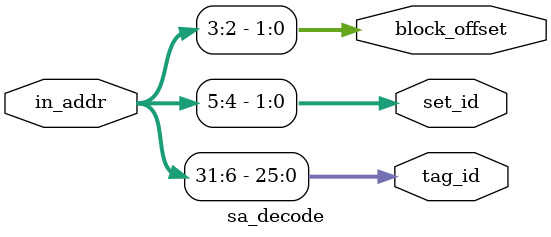
<source format=sv>
module sa_decode (in_addr,tag_id,set_id,block_offset);
input logic [31:0] in_addr;
output logic [25:0] tag_id;
output logic [1:0] set_id;
output logic [1:0] block_offset;


//in your core, the address as word addressable, so addr[1:0] = 2'b00 at all times.
//define the outputs
assign tag_id = in_addr[31:6];
assign set_id = in_addr[5:4];
assign block_offset = in_addr[3:2];

endmodule

</source>
